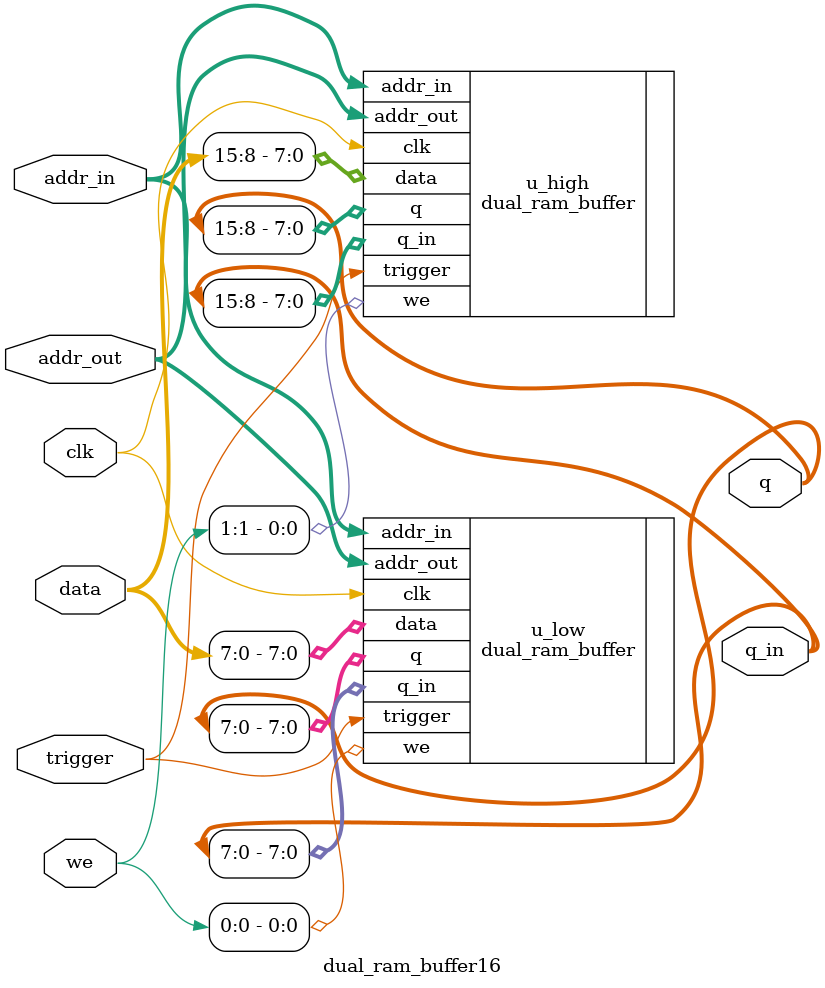
<source format=v>
module dual_ram_buffer16 #(parameter W=10) 
(
	input         clk,
  input         trigger, // trigger high to copy ram content 

  input  [1:0]  we,      // 1st ram write enable
  input  [W:1]  addr_in, // 1st ram address
  input  [15:0] data,    // 1st ram data 
  output [15:0] q_in,    // 1st ram data out 
  
  input  [W:1]  addr_out,// 2nd ram addr 
  output [15:0] q        // 2nd ram data out
);

// low-byte of the 16 bits ram
dual_ram_buffer #(.W(W)) u_low 
(
  .clk(clk),
  .trigger(trigger),
  .we(we[0]),
  .addr_in(addr_in),
  .data(data[7:0]),
  .q_in(q_in[7:0]),
  .addr_out(addr_out),
  .q(q[7:0])
);

// high-byte of the 16 bits ram
dual_ram_buffer #(.W(W)) u_high
(
  .clk(clk),
  .trigger(trigger),
  .we(we[1]),
  .addr_in(addr_in),
  .data(data[15:8]),
  .q_in(q_in[15:8]),
  .addr_out(addr_out),
  .q(q[15:8])
);

endmodule

</source>
